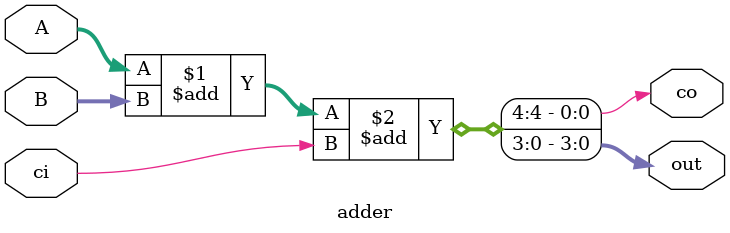
<source format=v>
module adder #(
parameter WIDTH=4
)(
input wire ci,
input wire [WIDTH-1:0] A,
input wire [WIDTH-1:0] B,
output wire [WIDTH-1:0] out,
output wire co
);

assign {co,out} = A + B + ci;

endmodule


</source>
